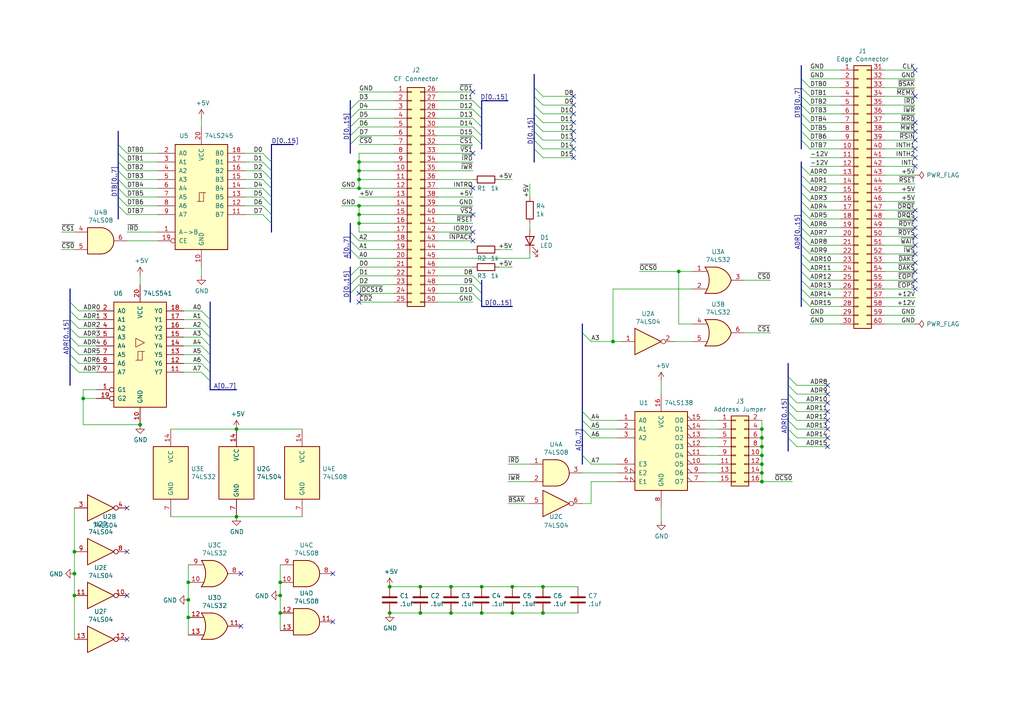
<source format=kicad_sch>
(kicad_sch (version 20211123) (generator eeschema)
  (paper "A4")
  (title_block (title "Epson QX-10 CF Option Board") (date "2019-09-09") (rev "1.1"))
  (junction (at 121.92 177.8))
  (junction (at 148.59 177.8))
  (junction (at 81.28 168.91))
  (junction (at 54.61 179.07))
  (junction (at 21.59 160.02))
  (junction (at 220.98 127))
  (junction (at 54.61 173.99))
  (junction (at 220.98 129.54))
  (junction (at 113.03 170.18))
  (junction (at 139.7 177.8))
  (junction (at 104.14 54.61))
  (junction (at 81.28 177.8))
  (junction (at 21.59 166.37))
  (junction (at 220.98 124.46))
  (junction (at 104.14 59.69))
  (junction (at 130.81 170.18))
  (junction (at 113.03 177.8))
  (junction (at 130.81 177.8))
  (junction (at 104.14 49.53))
  (junction (at 157.48 170.18))
  (junction (at 54.61 168.91))
  (junction (at 220.98 139.7))
  (junction (at 148.59 170.18))
  (junction (at 157.48 177.8))
  (junction (at 24.13 115.57))
  (junction (at 40.64 123.19))
  (junction (at 81.28 172.72))
  (junction (at 104.14 52.07))
  (junction (at 177.8 99.06))
  (junction (at 220.98 137.16))
  (junction (at 21.59 172.72))
  (junction (at 121.92 170.18))
  (junction (at 68.58 124.46))
  (junction (at 104.14 64.77))
  (junction (at 220.98 134.62))
  (junction (at 220.98 132.08))
  (junction (at 104.14 46.99))
  (junction (at 68.58 149.86))
  (junction (at 196.85 78.74))
  (junction (at 139.7 170.18))
  (junction (at 104.14 62.23))
  (no_connect (at 265.43 60.96))
  (no_connect (at 36.83 160.02))
  (no_connect (at 36.83 147.32))
  (no_connect (at 166.37 33.02))
  (no_connect (at 265.43 43.18))
  (no_connect (at 166.37 43.18))
  (no_connect (at 240.03 111.76))
  (no_connect (at 265.43 20.32))
  (no_connect (at 265.43 68.58))
  (no_connect (at 240.03 129.54))
  (no_connect (at 137.16 44.45))
  (no_connect (at 265.43 73.66))
  (no_connect (at 166.37 40.64))
  (no_connect (at 69.85 166.37))
  (no_connect (at 265.43 27.94))
  (no_connect (at 36.83 172.72))
  (no_connect (at 265.43 81.28))
  (no_connect (at 265.43 83.82))
  (no_connect (at 240.03 119.38))
  (no_connect (at 166.37 45.72))
  (no_connect (at 166.37 30.48))
  (no_connect (at 240.03 116.84))
  (no_connect (at 137.16 26.67))
  (no_connect (at 265.43 48.26))
  (no_connect (at 137.16 67.31))
  (no_connect (at 265.43 63.5))
  (no_connect (at 265.43 40.64))
  (no_connect (at 265.43 71.12))
  (no_connect (at 137.16 69.85))
  (no_connect (at 240.03 114.3))
  (no_connect (at 137.16 62.23))
  (no_connect (at 265.43 66.04))
  (no_connect (at 104.14 87.63))
  (no_connect (at 240.03 121.92))
  (no_connect (at 36.83 185.42))
  (no_connect (at 265.43 35.56))
  (no_connect (at 240.03 124.46))
  (no_connect (at 265.43 38.1))
  (no_connect (at 69.85 181.61))
  (no_connect (at 104.14 85.09))
  (no_connect (at 265.43 45.72))
  (no_connect (at 166.37 38.1))
  (no_connect (at 265.43 78.74))
  (no_connect (at 166.37 27.94))
  (no_connect (at 265.43 76.2))
  (no_connect (at 96.52 166.37))
  (no_connect (at 166.37 35.56))
  (no_connect (at 240.03 127))
  (no_connect (at 96.52 180.34))
  (no_connect (at 137.16 54.61))
  (bus_entry (at 101.6 67.31) (size 2.54 2.54))
  (bus_entry (at 137.16 39.37) (size 2.54 2.54))
  (bus_entry (at 137.16 31.75) (size 2.54 2.54))
  (bus_entry (at 137.16 82.55) (size 2.54 2.54))
  (bus_entry (at 76.2 44.45) (size 2.54 2.54))
  (bus_entry (at 101.6 69.85) (size 2.54 2.54))
  (bus_entry (at 228.6 124.46) (size 2.54 2.54))
  (bus_entry (at 137.16 29.21) (size 2.54 2.54))
  (bus_entry (at 232.41 71.12) (size 2.54 2.54))
  (bus_entry (at 101.6 85.09) (size 2.54 -2.54))
  (bus_entry (at 34.29 49.53) (size 2.54 2.54))
  (bus_entry (at 228.6 114.3) (size 2.54 2.54))
  (bus_entry (at 58.42 92.71) (size 2.54 2.54))
  (bus_entry (at 76.2 54.61) (size 2.54 2.54))
  (bus_entry (at 34.29 44.45) (size 2.54 2.54))
  (bus_entry (at 76.2 49.53) (size 2.54 2.54))
  (bus_entry (at 34.29 54.61) (size 2.54 2.54))
  (bus_entry (at 154.94 35.56) (size 2.54 2.54))
  (bus_entry (at 137.16 34.29) (size 2.54 2.54))
  (bus_entry (at 58.42 90.17) (size 2.54 2.54))
  (bus_entry (at 228.6 119.38) (size 2.54 2.54))
  (bus_entry (at 228.6 116.84) (size 2.54 2.54))
  (bus_entry (at 101.6 31.75) (size 2.54 -2.54))
  (bus_entry (at 76.2 57.15) (size 2.54 2.54))
  (bus_entry (at 154.94 30.48) (size 2.54 2.54))
  (bus_entry (at 232.41 86.36) (size 2.54 2.54))
  (bus_entry (at 34.29 59.69) (size 2.54 2.54))
  (bus_entry (at 137.16 85.09) (size 2.54 2.54))
  (bus_entry (at 58.42 102.87) (size 2.54 2.54))
  (bus_entry (at 228.6 111.76) (size 2.54 2.54))
  (bus_entry (at 232.41 60.96) (size 2.54 2.54))
  (bus_entry (at 232.41 66.04) (size 2.54 2.54))
  (bus_entry (at 154.94 38.1) (size 2.54 2.54))
  (bus_entry (at 137.16 36.83) (size 2.54 2.54))
  (bus_entry (at 232.41 58.42) (size 2.54 2.54))
  (bus_entry (at 154.94 27.94) (size 2.54 2.54))
  (bus_entry (at 137.16 80.01) (size 2.54 2.54))
  (bus_entry (at 34.29 41.91) (size 2.54 2.54))
  (bus_entry (at 58.42 100.33) (size 2.54 2.54))
  (bus_entry (at 101.6 82.55) (size 2.54 -2.54))
  (bus_entry (at 168.91 124.46) (size 2.54 2.54))
  (bus_entry (at 101.6 80.01) (size 2.54 -2.54))
  (bus_entry (at 228.6 127) (size 2.54 2.54))
  (bus_entry (at 76.2 62.23) (size 2.54 2.54))
  (bus_entry (at 101.6 39.37) (size 2.54 -2.54))
  (bus_entry (at 101.6 41.91) (size 2.54 -2.54))
  (bus_entry (at 76.2 52.07) (size 2.54 2.54))
  (bus_entry (at 168.91 132.08) (size 2.54 2.54))
  (bus_entry (at 232.41 48.26) (size 2.54 2.54))
  (bus_entry (at 232.41 25.4) (size 2.54 2.54))
  (bus_entry (at 101.6 72.39) (size 2.54 2.54))
  (bus_entry (at 20.32 87.63) (size 2.54 2.54))
  (bus_entry (at 232.41 30.48) (size 2.54 2.54))
  (bus_entry (at 154.94 43.18) (size 2.54 2.54))
  (bus_entry (at 154.94 33.02) (size 2.54 2.54))
  (bus_entry (at 168.91 119.38) (size 2.54 2.54))
  (bus_entry (at 34.29 46.99) (size 2.54 2.54))
  (bus_entry (at 20.32 102.87) (size 2.54 2.54))
  (bus_entry (at 154.94 40.64) (size 2.54 2.54))
  (bus_entry (at 20.32 95.25) (size 2.54 2.54))
  (bus_entry (at 232.41 55.88) (size 2.54 2.54))
  (bus_entry (at 34.29 52.07) (size 2.54 2.54))
  (bus_entry (at 101.6 36.83) (size 2.54 -2.54))
  (bus_entry (at 232.41 81.28) (size 2.54 2.54))
  (bus_entry (at 232.41 73.66) (size 2.54 2.54))
  (bus_entry (at 58.42 95.25) (size 2.54 2.54))
  (bus_entry (at 232.41 83.82) (size 2.54 2.54))
  (bus_entry (at 232.41 53.34) (size 2.54 2.54))
  (bus_entry (at 232.41 38.1) (size 2.54 2.54))
  (bus_entry (at 232.41 76.2) (size 2.54 2.54))
  (bus_entry (at 232.41 63.5) (size 2.54 2.54))
  (bus_entry (at 20.32 90.17) (size 2.54 2.54))
  (bus_entry (at 154.94 25.4) (size 2.54 2.54))
  (bus_entry (at 232.41 35.56) (size 2.54 2.54))
  (bus_entry (at 20.32 100.33) (size 2.54 2.54))
  (bus_entry (at 101.6 34.29) (size 2.54 -2.54))
  (bus_entry (at 20.32 92.71) (size 2.54 2.54))
  (bus_entry (at 34.29 57.15) (size 2.54 2.54))
  (bus_entry (at 168.91 96.52) (size 2.54 2.54))
  (bus_entry (at 232.41 78.74) (size 2.54 2.54))
  (bus_entry (at 76.2 46.99) (size 2.54 2.54))
  (bus_entry (at 228.6 121.92) (size 2.54 2.54))
  (bus_entry (at 232.41 68.58) (size 2.54 2.54))
  (bus_entry (at 232.41 33.02) (size 2.54 2.54))
  (bus_entry (at 20.32 97.79) (size 2.54 2.54))
  (bus_entry (at 20.32 105.41) (size 2.54 2.54))
  (bus_entry (at 232.41 27.94) (size 2.54 2.54))
  (bus_entry (at 232.41 50.8) (size 2.54 2.54))
  (bus_entry (at 232.41 40.64) (size 2.54 2.54))
  (bus_entry (at 58.42 105.41) (size 2.54 2.54))
  (bus_entry (at 76.2 59.69) (size 2.54 2.54))
  (bus_entry (at 168.91 121.92) (size 2.54 2.54))
  (bus_entry (at 58.42 107.95) (size 2.54 2.54))
  (bus_entry (at 58.42 97.79) (size 2.54 2.54))
  (bus_entry (at 232.41 22.86) (size 2.54 2.54))
  (bus_entry (at 228.6 109.22) (size 2.54 2.54))
  (wire (pts (xy 231.14 111.76) (xy 240.03 111.76)))
  (wire (pts (xy 243.84 78.74) (xy 234.95 78.74)))
  (wire (pts (xy 243.84 76.2) (xy 234.95 76.2)))
  (wire (pts (xy 104.14 46.99) (xy 104.14 49.53)))
  (bus (pts (xy 139.7 36.83) (xy 139.7 39.37)))
  (wire (pts (xy 127 49.53) (xy 137.16 49.53)))
  (wire (pts (xy 243.84 71.12) (xy 234.95 71.12)))
  (wire (pts (xy 157.48 35.56) (xy 166.37 35.56)))
  (bus (pts (xy 101.6 39.37) (xy 101.6 41.91)))
  (wire (pts (xy 256.54 71.12) (xy 265.43 71.12)))
  (wire (pts (xy 27.94 100.33) (xy 22.86 100.33)))
  (wire (pts (xy 243.84 25.4) (xy 234.95 25.4)))
  (bus (pts (xy 154.94 33.02) (xy 154.94 35.56)))
  (wire (pts (xy 127 62.23) (xy 137.16 62.23)))
  (wire (pts (xy 208.28 129.54) (xy 204.47 129.54)))
  (wire (pts (xy 114.3 46.99) (xy 104.14 46.99)))
  (wire (pts (xy 71.12 62.23) (xy 76.2 62.23)))
  (bus (pts (xy 101.6 31.75) (xy 101.6 34.29)))
  (bus (pts (xy 139.7 87.63) (xy 139.7 88.9)))
  (bus (pts (xy 101.6 36.83) (xy 101.6 39.37)))
  (bus (pts (xy 232.41 30.48) (xy 232.41 33.02)))
  (bus (pts (xy 60.96 97.79) (xy 60.96 100.33)))
  (wire (pts (xy 27.94 97.79) (xy 22.86 97.79)))
  (wire (pts (xy 231.14 121.92) (xy 240.03 121.92)))
  (wire (pts (xy 256.54 73.66) (xy 265.43 73.66)))
  (wire (pts (xy 45.72 62.23) (xy 36.83 62.23)))
  (wire (pts (xy 243.84 60.96) (xy 234.95 60.96)))
  (wire (pts (xy 157.48 33.02) (xy 166.37 33.02)))
  (wire (pts (xy 256.54 38.1) (xy 265.43 38.1)))
  (wire (pts (xy 157.48 43.18) (xy 166.37 43.18)))
  (wire (pts (xy 256.54 66.04) (xy 265.43 66.04)))
  (wire (pts (xy 58.42 77.47) (xy 58.42 80.01)))
  (wire (pts (xy 114.3 69.85) (xy 104.14 69.85)))
  (bus (pts (xy 228.6 124.46) (xy 228.6 127)))
  (wire (pts (xy 256.54 91.44) (xy 265.43 91.44)))
  (bus (pts (xy 154.94 25.4) (xy 154.94 27.94)))
  (wire (pts (xy 157.48 177.8) (xy 167.64 177.8)))
  (wire (pts (xy 231.14 127) (xy 240.03 127)))
  (wire (pts (xy 104.14 85.09) (xy 114.3 85.09)))
  (wire (pts (xy 127 72.39) (xy 137.16 72.39)))
  (wire (pts (xy 243.84 81.28) (xy 234.95 81.28)))
  (wire (pts (xy 130.81 170.18) (xy 139.7 170.18)))
  (wire (pts (xy 256.54 58.42) (xy 265.43 58.42)))
  (wire (pts (xy 45.72 59.69) (xy 36.83 59.69)))
  (bus (pts (xy 78.74 54.61) (xy 78.74 57.15)))
  (wire (pts (xy 171.45 139.7) (xy 171.45 146.05)))
  (wire (pts (xy 243.84 53.34) (xy 234.95 53.34)))
  (wire (pts (xy 153.67 66.04) (xy 153.67 64.77)))
  (wire (pts (xy 171.45 99.06) (xy 177.8 99.06)))
  (wire (pts (xy 127 77.47) (xy 137.16 77.47)))
  (bus (pts (xy 154.94 35.56) (xy 154.94 38.1)))
  (wire (pts (xy 113.03 170.18) (xy 121.92 170.18)))
  (wire (pts (xy 114.3 57.15) (xy 104.14 57.15)))
  (wire (pts (xy 54.61 173.99) (xy 54.61 179.07)))
  (bus (pts (xy 228.6 114.3) (xy 228.6 116.84)))
  (wire (pts (xy 127 87.63) (xy 137.16 87.63)))
  (bus (pts (xy 232.41 81.28) (xy 232.41 83.82)))
  (wire (pts (xy 127 31.75) (xy 137.16 31.75)))
  (bus (pts (xy 60.96 107.95) (xy 60.96 110.49)))
  (wire (pts (xy 53.34 95.25) (xy 58.42 95.25)))
  (bus (pts (xy 232.41 60.96) (xy 232.41 63.5)))
  (bus (pts (xy 20.32 92.71) (xy 20.32 95.25)))
  (wire (pts (xy 53.34 92.71) (xy 58.42 92.71)))
  (bus (pts (xy 154.94 30.48) (xy 154.94 33.02)))
  (wire (pts (xy 144.78 52.07) (xy 148.59 52.07)))
  (wire (pts (xy 53.34 100.33) (xy 58.42 100.33)))
  (wire (pts (xy 256.54 22.86) (xy 265.43 22.86)))
  (wire (pts (xy 243.84 91.44) (xy 234.95 91.44)))
  (bus (pts (xy 139.7 82.55) (xy 139.7 85.09)))
  (wire (pts (xy 71.12 44.45) (xy 76.2 44.45)))
  (wire (pts (xy 168.91 137.16) (xy 179.07 137.16)))
  (bus (pts (xy 78.74 41.91) (xy 78.74 46.99)))
  (wire (pts (xy 185.42 78.74) (xy 196.85 78.74)))
  (bus (pts (xy 154.94 38.1) (xy 154.94 40.64)))
  (wire (pts (xy 54.61 168.91) (xy 54.61 173.99)))
  (bus (pts (xy 101.6 29.21) (xy 101.6 31.75)))
  (wire (pts (xy 68.58 149.86) (xy 87.63 149.86)))
  (wire (pts (xy 127 59.69) (xy 137.16 59.69)))
  (wire (pts (xy 220.98 127) (xy 220.98 124.46)))
  (wire (pts (xy 127 82.55) (xy 137.16 82.55)))
  (wire (pts (xy 231.14 129.54) (xy 240.03 129.54)))
  (bus (pts (xy 232.41 55.88) (xy 232.41 58.42)))
  (wire (pts (xy 24.13 123.19) (xy 24.13 115.57)))
  (wire (pts (xy 220.98 139.7) (xy 220.98 137.16)))
  (wire (pts (xy 243.84 68.58) (xy 234.95 68.58)))
  (wire (pts (xy 130.81 177.8) (xy 139.7 177.8)))
  (wire (pts (xy 153.67 74.93) (xy 153.67 73.66)))
  (wire (pts (xy 139.7 170.18) (xy 148.59 170.18)))
  (wire (pts (xy 127 80.01) (xy 137.16 80.01)))
  (wire (pts (xy 256.54 78.74) (xy 265.43 78.74)))
  (wire (pts (xy 179.07 139.7) (xy 171.45 139.7)))
  (bus (pts (xy 168.91 119.38) (xy 168.91 121.92)))
  (wire (pts (xy 256.54 60.96) (xy 265.43 60.96)))
  (wire (pts (xy 220.98 137.16) (xy 220.98 134.62)))
  (wire (pts (xy 127 54.61) (xy 137.16 54.61)))
  (bus (pts (xy 232.41 86.36) (xy 232.41 88.9)))
  (wire (pts (xy 71.12 57.15) (xy 76.2 57.15)))
  (wire (pts (xy 231.14 116.84) (xy 240.03 116.84)))
  (bus (pts (xy 168.91 121.92) (xy 168.91 124.46)))
  (wire (pts (xy 71.12 46.99) (xy 76.2 46.99)))
  (wire (pts (xy 127 67.31) (xy 137.16 67.31)))
  (wire (pts (xy 243.84 86.36) (xy 234.95 86.36)))
  (wire (pts (xy 45.72 44.45) (xy 36.83 44.45)))
  (bus (pts (xy 34.29 52.07) (xy 34.29 54.61)))
  (bus (pts (xy 101.6 64.77) (xy 101.6 67.31)))
  (wire (pts (xy 256.54 33.02) (xy 265.43 33.02)))
  (wire (pts (xy 243.84 48.26) (xy 234.95 48.26)))
  (bus (pts (xy 34.29 46.99) (xy 34.29 49.53)))
  (bus (pts (xy 232.41 71.12) (xy 232.41 73.66)))
  (bus (pts (xy 232.41 63.5) (xy 232.41 66.04)))
  (bus (pts (xy 139.7 39.37) (xy 139.7 41.91)))
  (bus (pts (xy 78.74 64.77) (xy 78.74 67.31)))
  (wire (pts (xy 104.14 67.31) (xy 104.14 64.77)))
  (bus (pts (xy 101.6 80.01) (xy 101.6 82.55)))
  (wire (pts (xy 196.85 93.98) (xy 196.85 78.74)))
  (wire (pts (xy 27.94 90.17) (xy 22.86 90.17)))
  (wire (pts (xy 215.9 96.52) (xy 223.52 96.52)))
  (bus (pts (xy 232.41 22.86) (xy 232.41 25.4)))
  (bus (pts (xy 154.94 27.94) (xy 154.94 30.48)))
  (wire (pts (xy 21.59 67.31) (xy 17.78 67.31)))
  (wire (pts (xy 27.94 115.57) (xy 24.13 115.57)))
  (wire (pts (xy 168.91 146.05) (xy 171.45 146.05)))
  (wire (pts (xy 114.3 36.83) (xy 104.14 36.83)))
  (wire (pts (xy 71.12 49.53) (xy 76.2 49.53)))
  (wire (pts (xy 177.8 83.82) (xy 177.8 99.06)))
  (wire (pts (xy 21.59 160.02) (xy 21.59 166.37)))
  (bus (pts (xy 232.41 53.34) (xy 232.41 55.88)))
  (bus (pts (xy 101.6 72.39) (xy 101.6 74.93)))
  (wire (pts (xy 104.14 44.45) (xy 104.14 46.99)))
  (bus (pts (xy 34.29 57.15) (xy 34.29 59.69)))
  (wire (pts (xy 114.3 34.29) (xy 104.14 34.29)))
  (bus (pts (xy 232.41 38.1) (xy 232.41 40.64)))
  (wire (pts (xy 220.98 121.92) (xy 220.98 124.46)))
  (wire (pts (xy 113.03 177.8) (xy 121.92 177.8)))
  (wire (pts (xy 191.77 114.3) (xy 191.77 110.49)))
  (bus (pts (xy 139.7 29.21) (xy 147.32 29.21)))
  (bus (pts (xy 232.41 73.66) (xy 232.41 76.2)))
  (bus (pts (xy 232.41 27.94) (xy 232.41 30.48)))
  (bus (pts (xy 20.32 100.33) (xy 20.32 102.87)))
  (wire (pts (xy 127 69.85) (xy 137.16 69.85)))
  (bus (pts (xy 139.7 29.21) (xy 139.7 31.75)))
  (wire (pts (xy 21.59 172.72) (xy 21.59 185.42)))
  (wire (pts (xy 256.54 43.18) (xy 265.43 43.18)))
  (wire (pts (xy 45.72 57.15) (xy 36.83 57.15)))
  (wire (pts (xy 243.84 35.56) (xy 234.95 35.56)))
  (bus (pts (xy 60.96 102.87) (xy 60.96 105.41)))
  (wire (pts (xy 243.84 38.1) (xy 234.95 38.1)))
  (wire (pts (xy 243.84 22.86) (xy 234.95 22.86)))
  (wire (pts (xy 21.59 72.39) (xy 17.78 72.39)))
  (wire (pts (xy 127 85.09) (xy 137.16 85.09)))
  (bus (pts (xy 20.32 90.17) (xy 20.32 92.71)))
  (wire (pts (xy 127 34.29) (xy 137.16 34.29)))
  (wire (pts (xy 243.84 27.94) (xy 234.95 27.94)))
  (wire (pts (xy 243.84 58.42) (xy 234.95 58.42)))
  (wire (pts (xy 139.7 177.8) (xy 148.59 177.8)))
  (wire (pts (xy 204.47 137.16) (xy 208.28 137.16)))
  (wire (pts (xy 53.34 105.41) (xy 58.42 105.41)))
  (wire (pts (xy 179.07 121.92) (xy 171.45 121.92)))
  (wire (pts (xy 53.34 107.95) (xy 58.42 107.95)))
  (wire (pts (xy 45.72 46.99) (xy 36.83 46.99)))
  (wire (pts (xy 71.12 54.61) (xy 76.2 54.61)))
  (wire (pts (xy 127 52.07) (xy 137.16 52.07)))
  (wire (pts (xy 204.47 132.08) (xy 208.28 132.08)))
  (wire (pts (xy 53.34 90.17) (xy 58.42 90.17)))
  (bus (pts (xy 232.41 78.74) (xy 232.41 81.28)))
  (wire (pts (xy 243.84 63.5) (xy 234.95 63.5)))
  (wire (pts (xy 256.54 86.36) (xy 265.43 86.36)))
  (wire (pts (xy 220.98 139.7) (xy 229.87 139.7)))
  (wire (pts (xy 256.54 93.98) (xy 265.43 93.98)))
  (wire (pts (xy 104.14 62.23) (xy 104.14 59.69)))
  (wire (pts (xy 104.14 59.69) (xy 99.06 59.69)))
  (wire (pts (xy 215.9 81.28) (xy 223.52 81.28)))
  (bus (pts (xy 78.74 59.69) (xy 78.74 62.23)))
  (wire (pts (xy 114.3 64.77) (xy 104.14 64.77)))
  (bus (pts (xy 168.91 93.98) (xy 168.91 96.52)))
  (bus (pts (xy 34.29 44.45) (xy 34.29 46.99)))
  (wire (pts (xy 179.07 127) (xy 171.45 127)))
  (wire (pts (xy 114.3 52.07) (xy 104.14 52.07)))
  (bus (pts (xy 101.6 85.09) (xy 101.6 87.63)))
  (wire (pts (xy 104.14 52.07) (xy 104.14 49.53)))
  (wire (pts (xy 127 44.45) (xy 137.16 44.45)))
  (bus (pts (xy 20.32 95.25) (xy 20.32 97.79)))
  (bus (pts (xy 232.41 40.64) (xy 232.41 43.18)))
  (bus (pts (xy 34.29 49.53) (xy 34.29 52.07)))
  (wire (pts (xy 157.48 170.18) (xy 167.64 170.18)))
  (wire (pts (xy 81.28 172.72) (xy 81.28 168.91)))
  (bus (pts (xy 101.6 82.55) (xy 101.6 85.09)))
  (bus (pts (xy 139.7 31.75) (xy 139.7 34.29)))
  (bus (pts (xy 60.96 105.41) (xy 60.96 107.95)))
  (wire (pts (xy 114.3 82.55) (xy 104.14 82.55)))
  (bus (pts (xy 60.96 110.49) (xy 60.96 113.03)))
  (bus (pts (xy 34.29 41.91) (xy 34.29 44.45)))
  (wire (pts (xy 121.92 177.8) (xy 130.81 177.8)))
  (wire (pts (xy 49.53 124.46) (xy 68.58 124.46)))
  (wire (pts (xy 144.78 72.39) (xy 148.59 72.39)))
  (wire (pts (xy 144.78 77.47) (xy 148.59 77.47)))
  (bus (pts (xy 101.6 34.29) (xy 101.6 36.83)))
  (wire (pts (xy 114.3 62.23) (xy 104.14 62.23)))
  (wire (pts (xy 153.67 57.15) (xy 153.67 53.34)))
  (wire (pts (xy 243.84 45.72) (xy 234.95 45.72)))
  (wire (pts (xy 243.84 66.04) (xy 234.95 66.04)))
  (wire (pts (xy 256.54 25.4) (xy 265.43 25.4)))
  (wire (pts (xy 127 39.37) (xy 137.16 39.37)))
  (bus (pts (xy 101.6 77.47) (xy 101.6 80.01)))
  (wire (pts (xy 243.84 43.18) (xy 234.95 43.18)))
  (bus (pts (xy 232.41 68.58) (xy 232.41 71.12)))
  (wire (pts (xy 68.58 124.46) (xy 87.63 124.46)))
  (wire (pts (xy 191.77 147.32) (xy 191.77 151.13)))
  (bus (pts (xy 20.32 97.79) (xy 20.32 100.33)))
  (wire (pts (xy 36.83 69.85) (xy 45.72 69.85)))
  (bus (pts (xy 228.6 111.76) (xy 228.6 114.3)))
  (wire (pts (xy 148.59 170.18) (xy 157.48 170.18)))
  (wire (pts (xy 204.47 124.46) (xy 208.28 124.46)))
  (bus (pts (xy 20.32 83.82) (xy 20.32 87.63)))
  (wire (pts (xy 196.85 78.74) (xy 200.66 78.74)))
  (wire (pts (xy 21.59 166.37) (xy 21.59 172.72)))
  (wire (pts (xy 81.28 182.88) (xy 81.28 177.8)))
  (wire (pts (xy 127 46.99) (xy 137.16 46.99)))
  (wire (pts (xy 114.3 74.93) (xy 104.14 74.93)))
  (wire (pts (xy 256.54 45.72) (xy 265.43 45.72)))
  (bus (pts (xy 168.91 96.52) (xy 168.91 119.38)))
  (bus (pts (xy 228.6 121.92) (xy 228.6 124.46)))
  (wire (pts (xy 45.72 67.31) (xy 36.83 67.31)))
  (wire (pts (xy 256.54 88.9) (xy 265.43 88.9)))
  (bus (pts (xy 101.6 69.85) (xy 101.6 72.39)))
  (wire (pts (xy 243.84 30.48) (xy 234.95 30.48)))
  (bus (pts (xy 154.94 21.59) (xy 154.94 25.4)))
  (wire (pts (xy 256.54 30.48) (xy 265.43 30.48)))
  (bus (pts (xy 34.29 38.1) (xy 34.29 41.91)))
  (wire (pts (xy 243.84 50.8) (xy 234.95 50.8)))
  (wire (pts (xy 71.12 52.07) (xy 76.2 52.07)))
  (wire (pts (xy 127 36.83) (xy 137.16 36.83)))
  (wire (pts (xy 196.85 93.98) (xy 200.66 93.98)))
  (bus (pts (xy 139.7 88.9) (xy 148.59 88.9)))
  (wire (pts (xy 157.48 38.1) (xy 166.37 38.1)))
  (bus (pts (xy 20.32 102.87) (xy 20.32 105.41)))
  (wire (pts (xy 157.48 40.64) (xy 166.37 40.64)))
  (wire (pts (xy 157.48 30.48) (xy 166.37 30.48)))
  (bus (pts (xy 101.6 67.31) (xy 101.6 69.85)))
  (bus (pts (xy 232.41 19.05) (xy 232.41 22.86)))
  (bus (pts (xy 139.7 85.09) (xy 139.7 87.63)))
  (wire (pts (xy 114.3 26.67) (xy 104.14 26.67)))
  (wire (pts (xy 204.47 121.92) (xy 208.28 121.92)))
  (bus (pts (xy 232.41 66.04) (xy 232.41 68.58)))
  (wire (pts (xy 127 64.77) (xy 137.16 64.77)))
  (wire (pts (xy 157.48 45.72) (xy 166.37 45.72)))
  (bus (pts (xy 232.41 83.82) (xy 232.41 86.36)))
  (bus (pts (xy 232.41 58.42) (xy 232.41 60.96)))
  (wire (pts (xy 81.28 163.83) (xy 81.28 168.91)))
  (bus (pts (xy 139.7 41.91) (xy 139.7 43.18)))
  (wire (pts (xy 256.54 55.88) (xy 265.43 55.88)))
  (bus (pts (xy 139.7 34.29) (xy 139.7 36.83)))
  (bus (pts (xy 228.6 127) (xy 228.6 130.81)))
  (wire (pts (xy 256.54 68.58) (xy 265.43 68.58)))
  (wire (pts (xy 45.72 52.07) (xy 36.83 52.07)))
  (bus (pts (xy 228.6 116.84) (xy 228.6 119.38)))
  (wire (pts (xy 243.84 83.82) (xy 234.95 83.82)))
  (bus (pts (xy 34.29 59.69) (xy 34.29 63.5)))
  (wire (pts (xy 177.8 99.06) (xy 180.34 99.06)))
  (wire (pts (xy 153.67 139.7) (xy 147.32 139.7)))
  (wire (pts (xy 121.92 170.18) (xy 130.81 170.18)))
  (wire (pts (xy 40.64 123.19) (xy 24.13 123.19)))
  (wire (pts (xy 114.3 77.47) (xy 104.14 77.47)))
  (bus (pts (xy 78.74 49.53) (xy 78.74 52.07)))
  (bus (pts (xy 20.32 87.63) (xy 20.32 90.17)))
  (bus (pts (xy 78.74 52.07) (xy 78.74 54.61)))
  (bus (pts (xy 232.41 76.2) (xy 232.41 78.74)))
  (wire (pts (xy 243.84 73.66) (xy 234.95 73.66)))
  (wire (pts (xy 49.53 149.86) (xy 68.58 149.86)))
  (wire (pts (xy 24.13 115.57) (xy 24.13 113.03)))
  (wire (pts (xy 153.67 134.62) (xy 147.32 134.62)))
  (wire (pts (xy 45.72 54.61) (xy 36.83 54.61)))
  (wire (pts (xy 220.98 134.62) (xy 220.98 132.08)))
  (wire (pts (xy 58.42 34.29) (xy 58.42 36.83)))
  (wire (pts (xy 27.94 113.03) (xy 24.13 113.03)))
  (wire (pts (xy 256.54 53.34) (xy 265.43 53.34)))
  (wire (pts (xy 220.98 132.08) (xy 220.98 129.54)))
  (bus (pts (xy 78.74 41.91) (xy 85.09 41.91)))
  (wire (pts (xy 256.54 63.5) (xy 265.43 63.5)))
  (wire (pts (xy 148.59 177.8) (xy 157.48 177.8)))
  (bus (pts (xy 101.6 41.91) (xy 101.6 44.45)))
  (wire (pts (xy 231.14 124.46) (xy 240.03 124.46)))
  (bus (pts (xy 232.41 35.56) (xy 232.41 38.1)))
  (bus (pts (xy 228.6 105.41) (xy 228.6 109.22)))
  (wire (pts (xy 243.84 88.9) (xy 234.95 88.9)))
  (wire (pts (xy 127 29.21) (xy 137.16 29.21)))
  (wire (pts (xy 114.3 29.21) (xy 104.14 29.21)))
  (bus (pts (xy 168.91 132.08) (xy 168.91 134.62)))
  (wire (pts (xy 104.14 54.61) (xy 99.06 54.61)))
  (wire (pts (xy 200.66 83.82) (xy 177.8 83.82)))
  (wire (pts (xy 114.3 67.31) (xy 104.14 67.31)))
  (wire (pts (xy 256.54 48.26) (xy 265.43 48.26)))
  (wire (pts (xy 231.14 119.38) (xy 240.03 119.38)))
  (wire (pts (xy 127 26.67) (xy 137.16 26.67)))
  (bus (pts (xy 34.29 54.61) (xy 34.29 57.15)))
  (wire (pts (xy 256.54 40.64) (xy 265.43 40.64)))
  (bus (pts (xy 232.41 50.8) (xy 232.41 53.34)))
  (bus (pts (xy 228.6 119.38) (xy 228.6 121.92)))
  (wire (pts (xy 220.98 129.54) (xy 220.98 127)))
  (wire (pts (xy 157.48 27.94) (xy 166.37 27.94)))
  (bus (pts (xy 228.6 109.22) (xy 228.6 111.76)))
  (bus (pts (xy 154.94 40.64) (xy 154.94 43.18)))
  (wire (pts (xy 256.54 76.2) (xy 265.43 76.2)))
  (bus (pts (xy 232.41 46.99) (xy 232.41 48.26)))
  (wire (pts (xy 243.84 40.64) (xy 234.95 40.64)))
  (wire (pts (xy 54.61 163.83) (xy 54.61 168.91)))
  (bus (pts (xy 154.94 43.18) (xy 154.94 46.99)))
  (wire (pts (xy 195.58 99.06) (xy 200.66 99.06)))
  (wire (pts (xy 114.3 72.39) (xy 104.14 72.39)))
  (wire (pts (xy 114.3 87.63) (xy 104.14 87.63)))
  (bus (pts (xy 20.32 105.41) (xy 20.32 111.76)))
  (wire (pts (xy 231.14 114.3) (xy 240.03 114.3)))
  (bus (pts (xy 232.41 33.02) (xy 232.41 35.56)))
  (bus (pts (xy 78.74 62.23) (xy 78.74 64.77)))
  (wire (pts (xy 53.34 102.87) (xy 58.42 102.87)))
  (wire (pts (xy 208.28 139.7) (xy 204.47 139.7)))
  (wire (pts (xy 256.54 81.28) (xy 265.43 81.28)))
  (wire (pts (xy 114.3 59.69) (xy 104.14 59.69)))
  (wire (pts (xy 104.14 62.23) (xy 104.14 64.77)))
  (wire (pts (xy 256.54 83.82) (xy 265.43 83.82)))
  (wire (pts (xy 208.28 134.62) (xy 204.47 134.62)))
  (bus (pts (xy 232.41 25.4) (xy 232.41 27.94)))
  (wire (pts (xy 114.3 44.45) (xy 104.14 44.45)))
  (bus (pts (xy 60.96 92.71) (xy 60.96 95.25)))
  (bus (pts (xy 232.41 48.26) (xy 232.41 50.8)))
  (wire (pts (xy 256.54 35.56) (xy 265.43 35.56)))
  (bus (pts (xy 60.96 87.63) (xy 60.96 92.71)))
  (wire (pts (xy 104.14 52.07) (xy 104.14 54.61)))
  (wire (pts (xy 243.84 33.02) (xy 234.95 33.02)))
  (wire (pts (xy 54.61 179.07) (xy 54.61 184.15)))
  (wire (pts (xy 179.07 124.46) (xy 171.45 124.46)))
  (wire (pts (xy 27.94 95.25) (xy 22.86 95.25)))
  (bus (pts (xy 60.96 100.33) (xy 60.96 102.87)))
  (bus (pts (xy 78.74 57.15) (xy 78.74 59.69)))
  (wire (pts (xy 114.3 54.61) (xy 104.14 54.61)))
  (bus (pts (xy 168.91 124.46) (xy 168.91 132.08)))
  (wire (pts (xy 204.47 127) (xy 208.28 127)))
  (wire (pts (xy 114.3 49.53) (xy 104.14 49.53)))
  (wire (pts (xy 127 57.15) (xy 137.16 57.15)))
  (wire (pts (xy 127 41.91) (xy 137.16 41.91)))
  (bus (pts (xy 78.74 46.99) (xy 78.74 49.53)))
  (wire (pts (xy 40.64 82.55) (xy 40.64 80.01)))
  (wire (pts (xy 27.94 107.95) (xy 22.86 107.95)))
  (wire (pts (xy 114.3 80.01) (xy 104.14 80.01)))
  (bus (pts (xy 60.96 113.03) (xy 68.58 113.03)))
  (wire (pts (xy 243.84 20.32) (xy 234.95 20.32)))
  (wire (pts (xy 27.94 105.41) (xy 22.86 105.41)))
  (wire (pts (xy 114.3 41.91) (xy 104.14 41.91)))
  (wire (pts (xy 27.94 92.71) (xy 22.86 92.71)))
  (wire (pts (xy 114.3 31.75) (xy 104.14 31.75)))
  (wire (pts (xy 71.12 59.69) (xy 76.2 59.69)))
  (wire (pts (xy 171.45 134.62) (xy 179.07 134.62)))
  (wire (pts (xy 53.34 97.79) (xy 58.42 97.79)))
  (wire (pts (xy 114.3 39.37) (xy 104.14 39.37)))
  (wire (pts (xy 81.28 177.8) (xy 81.28 172.72)))
  (wire (pts (xy 256.54 27.94) (xy 265.43 27.94)))
  (wire (pts (xy 127 74.93) (xy 153.67 74.93)))
  (wire (pts (xy 256.54 50.8) (xy 265.43 50.8)))
  (wire (pts (xy 243.84 93.98) (xy 234.95 93.98)))
  (bus (pts (xy 60.96 95.25) (xy 60.96 97.79)))
  (wire (pts (xy 45.72 49.53) (xy 36.83 49.53)))
  (wire (pts (xy 21.59 147.32) (xy 21.59 160.02)))
  (bus (pts (xy 139.7 81.28) (xy 139.7 82.55)))
  (wire (pts (xy 243.84 55.88) (xy 234.95 55.88)))
  (wire (pts (xy 27.94 102.87) (xy 22.86 102.87)))
  (wire (pts (xy 256.54 20.32) (xy 265.43 20.32)))
  (wire (pts (xy 153.67 146.05) (xy 147.32 146.05)))
  (label "GND" (at 234.95 91.44 0))
  (label "A4" (at 171.45 121.92 0))
  (label "ADR12" (at 234.95 81.28 0))
  (label "D10" (at 166.37 33.02 180))
  (label "~{EOPF}" (at 265.43 81.28 180))
  (label "INTRQ" (at 137.16 54.61 180))
  (label "A2" (at 58.42 95.25 180))
  (label "A0" (at 104.14 74.93 0))
  (label "D2" (at 104.14 82.55 0))
  (label "D12" (at 166.37 38.1 180))
  (label "GND" (at 234.95 22.86 0))
  (label "A[0..7]" (at 68.58 113.03 180))
  (label "CLK" (at 265.43 20.32 180))
  (label "D11" (at 137.16 29.21 180))
  (label "D2" (at 76.2 49.53 180))
  (label "ADR11" (at 240.03 119.38 180))
  (label "D6" (at 104.14 36.83 0))
  (label "A6" (at 58.42 105.41 180))
  (label "ADR14" (at 240.03 127 180))
  (label "ADR1" (at 234.95 53.34 0))
  (label "GND" (at 234.95 20.32 0))
  (label "~{CS1}" (at 137.16 41.91 180))
  (label "A7" (at 171.45 134.62 0))
  (label "D[0..15]" (at 101.6 86.36 90))
  (label "D5" (at 76.2 57.15 180))
  (label "~{IRD}" (at 36.83 67.31 0))
  (label "~{MEMX}" (at 265.43 27.94 180))
  (label "ADR9" (at 234.95 73.66 0))
  (label "D14" (at 166.37 43.18 180))
  (label "D9" (at 166.37 30.48 180))
  (label "DTB3" (at 234.95 33.02 0))
  (label "ADR[0..15]" (at 20.32 102.87 90))
  (label "~{RSET}" (at 265.43 53.34 180))
  (label "D9" (at 137.16 82.55 180))
  (label "~{IRD}" (at 137.16 46.99 180))
  (label "ADR11" (at 234.95 78.74 0))
  (label "ADR15" (at 240.03 129.54 180))
  (label "+5V" (at 104.14 57.15 0))
  (label "DTB[0..7]" (at 34.29 57.15 90))
  (label "~{MRD}" (at 265.43 35.56 180))
  (label "D[0..15]" (at 101.6 40.64 90))
  (label "ADR6" (at 24.13 105.41 0))
  (label "DTB2" (at 234.95 30.48 0))
  (label "~{DAKF}" (at 265.43 76.2 180))
  (label "~{IWR}" (at 147.32 139.7 0))
  (label "ADR[0..15]" (at 228.6 125.73 90))
  (label "~{IOCS16}" (at 104.14 85.09 0))
  (label "ADR6" (at 234.95 66.04 0))
  (label "ADR12" (at 240.03 121.92 180))
  (label "+5V" (at 265.43 55.88 180))
  (label "+5V" (at 265.43 50.8 180))
  (label "ADR9" (at 240.03 114.3 180))
  (label "GND" (at 265.43 93.98 180))
  (label "DTB1" (at 36.83 46.99 0))
  (label "ADR10" (at 240.03 116.84 180))
  (label "D13" (at 166.37 40.64 180))
  (label "ADR15" (at 234.95 88.9 0))
  (label "D0" (at 76.2 44.45 180))
  (label "ADR2" (at 234.95 55.88 0))
  (label "A3" (at 58.42 97.79 180))
  (label "+5V" (at 148.59 72.39 180))
  (label "INTH1" (at 265.43 43.18 180))
  (label "D3" (at 104.14 29.21 0))
  (label "+5V" (at 137.16 57.15 180))
  (label "DTB7" (at 36.83 62.23 0))
  (label "~{OCS0}" (at 185.42 78.74 0))
  (label "A5" (at 58.42 102.87 180))
  (label "ADR5" (at 234.95 63.5 0))
  (label "D7" (at 104.14 39.37 0))
  (label "GND" (at 234.95 93.98 0))
  (label "~{RDYS}" (at 265.43 68.58 180))
  (label "A1" (at 104.14 72.39 0))
  (label "ADR7" (at 234.95 68.58 0))
  (label "DTB2" (at 36.83 49.53 0))
  (label "~{CS0}" (at 104.14 41.91 0))
  (label "D14" (at 137.16 36.83 180))
  (label "~{INPACK}" (at 137.16 69.85 180))
  (label "D1" (at 104.14 80.01 0))
  (label "~{BSAK}" (at 147.32 146.05 0))
  (label "+5V" (at 148.59 77.47 180))
  (label "~{VS1}" (at 137.16 44.45 180))
  (label "A2" (at 104.14 69.85 0))
  (label "A4" (at 58.42 100.33 180))
  (label "A5" (at 171.45 124.46 0))
  (label "ADR5" (at 24.13 102.87 0))
  (label "D7" (at 76.2 62.23 180))
  (label "+5V" (at 265.43 58.42 180))
  (label "+5V" (at 148.59 52.07 180))
  (label "~{CS0}" (at 223.52 81.28 180))
  (label "~{IRD}" (at 265.43 30.48 180))
  (label "DTB[0..7]" (at 232.41 34.29 90))
  (label "D11" (at 166.37 35.56 180))
  (label "DTB3" (at 36.83 52.07 0))
  (label "ADR1" (at 24.13 92.71 0))
  (label "D0" (at 104.14 77.47 0))
  (label "D5" (at 104.14 34.29 0))
  (label "~{CS1}" (at 223.52 96.52 180))
  (label "~{DRQF}" (at 265.43 60.96 180))
  (label "-12V" (at 234.95 45.72 0))
  (label "INTL" (at 265.43 48.26 180))
  (label "D1" (at 76.2 46.99 180))
  (label "DTB4" (at 36.83 54.61 0))
  (label "DTB6" (at 36.83 59.69 0))
  (label "~{DRQS}" (at 265.43 63.5 180))
  (label "D13" (at 137.16 34.29 180))
  (label "D4" (at 76.2 54.61 180))
  (label "D6" (at 76.2 59.69 180))
  (label "ADR8" (at 240.03 111.76 180))
  (label "~{IWR}" (at 265.43 33.02 180))
  (label "GND" (at 265.43 91.44 180))
  (label "ADR3" (at 234.95 58.42 0))
  (label "GND" (at 99.06 59.69 0))
  (label "~{MWR}" (at 265.43 38.1 180))
  (label "~{CS0}" (at 17.78 72.39 0))
  (label "ADR4" (at 24.13 100.33 0))
  (label "D4" (at 104.14 31.75 0))
  (label "D12" (at 137.16 31.75 180))
  (label "D15" (at 166.37 45.72 180))
  (label "D15" (at 137.16 39.37 180))
  (label "~{DAKS}" (at 265.43 78.74 180))
  (label "IORDY" (at 137.16 67.31 180))
  (label "ADR13" (at 240.03 124.46 180))
  (label "DTB5" (at 36.83 57.15 0))
  (label "~{OCS0}" (at 229.87 139.7 180))
  (label "ADR0" (at 24.13 90.17 0))
  (label "~{WAIT}" (at 265.43 71.12 180))
  (label "A0" (at 58.42 90.17 180))
  (label "ADR3" (at 24.13 97.79 0))
  (label "D[0..15]" (at 147.32 29.21 180))
  (label "ADR7" (at 24.13 107.95 0))
  (label "GND" (at 137.16 59.69 180))
  (label "A[0..7]" (at 168.91 130.81 90))
  (label "ADR14" (at 234.95 86.36 0))
  (label "~{CD2}" (at 104.14 87.63 0))
  (label "~{EOPS}" (at 265.43 83.82 180))
  (label "GND" (at 265.43 22.86 180))
  (label "ADR4" (at 234.95 60.96 0))
  (label "GND" (at 104.14 26.67 0))
  (label "~{CD1}" (at 137.16 26.67 180))
  (label "INTH2" (at 265.43 45.72 180))
  (label "ADR13" (at 234.95 83.82 0))
  (label "D8" (at 137.16 80.01 180))
  (label "ADR10" (at 234.95 76.2 0))
  (label "DTB5" (at 234.95 38.1 0))
  (label "~{IWS}" (at 265.43 73.66 180))
  (label "GND" (at 99.06 54.61 0))
  (label "DTB0" (at 234.95 25.4 0))
  (label "D[0..15]" (at 154.94 41.91 90))
  (label "DTB6" (at 234.95 40.64 0))
  (label "D[0..15]" (at 148.59 88.9 180))
  (label "A1" (at 58.42 92.71 180))
  (label "~{RSIN}" (at 265.43 40.64 180))
  (label "D[0..15]" (at 78.74 41.91 0))
  (label "+5V" (at 153.67 53.34 270))
  (label "~{IRD}" (at 147.32 134.62 0))
  (label "~{VS2}" (at 137.16 62.23 180))
  (label "~{RDYF}" (at 265.43 66.04 180))
  (label "~{IWR}" (at 137.16 49.53 180))
  (label "D3" (at 76.2 52.07 180))
  (label "ADR[0..15]" (at 232.41 72.39 90))
  (label "ADR0" (at 234.95 50.8 0))
  (label "A[0..7]" (at 101.6 74.93 90))
  (label "+12V" (at 265.43 86.36 180))
  (label "DTB1" (at 234.95 27.94 0))
  (label "~{CS1}" (at 17.78 67.31 0))
  (label "ADR8" (at 234.95 71.12 0))
  (label "A3" (at 171.45 99.06 0))
  (label "-12V" (at 234.95 48.26 0))
  (label "A6" (at 171.45 127 0))
  (label "~{RSET}" (at 137.16 64.77 180))
  (label "A7" (at 58.42 107.95 180))
  (label "D10" (at 137.16 85.09 180))
  (label "+12V" (at 265.43 88.9 180))
  (label "~{BSAK}" (at 265.43 25.4 180))
  (label "DTB4" (at 234.95 35.56 0))
  (label "DTB7" (at 234.95 43.18 0))
  (label "ADR2" (at 24.13 95.25 0))
  (label "D8" (at 166.37 27.94 180))
  (label "GND" (at 137.16 87.63 180))
  (label "DTB0" (at 36.83 44.45 0))
  (symbol (lib_id "Connector_Generic:Conn_02x30_Top_Bottom") (at 248.92 55.88 0) (unit 1)
    (property "Reference" "J1" (at 250.19 14.8082 0))
    (property "Value" "Edge Connector" (at 250.19 17.1196 0))
    (property "Footprint" "qx-10:BUS_QX10" (effects hide))
  )
  (symbol (lib_id "Connector_Generic:Conn_02x08_Odd_Even") (at 213.36 129.54 0) (unit 1)
    (property "Reference" "J3" (at 214.63 116.4082 0))
    (property "Value" "Address Jumper" (at 214.63 118.7196 0))
    (property "Footprint" "Connector_PinHeader_2.54mm:PinHeader_2x08_P2.54mm_Vertical" (effects hide))
    (property "Datasheet" "https://cdn.amphenol-icc.com/media/wysiwyg/files/drawing/67996.pdf" (effects hide))
    (property "Digikey" "609-3220-ND" (effects hide))
    (property "MFN" "67996-416HLF" (effects hide))
    (property "Mouser" "649-67996-416HLF" (effects hide))
  )
  (symbol (lib_id "74xx:74LS138") (at 191.77 129.54 0) (unit 1)
    (property "Reference" "U1" (at 186.69 116.84 0))
    (property "Value" "74LS138" (at 196.85 116.84 0))
    (property "Footprint" "Package_DIP:DIP-16_W7.62mm_LongPads" (effects hide))
    (property "Datasheet" "http://www.ti.com/lit/gpn/sn74LS138" (effects hide))
    (property "Digikey" "296-1639-5-ND" (effects hide))
    (property "MFN" "SN74LS138N" (effects hide))
    (property "Mouser" "595-SN74LS138N" (effects hide))
  )
  (symbol (lib_id "74xx:74LS245") (at 58.42 57.15 0) (unit 1)
    (property "Reference" "U5" (at 53.34 39.37 0))
    (property "Value" "74LS245" (at 63.5 39.37 0))
    (property "Footprint" "Package_DIP:DIP-20_W7.62mm_LongPads" (effects hide))
    (property "Datasheet" "http://www.ti.com/lit/gpn/sn74LS245" (effects hide))
    (property "MFN" "SN74LS245N" (effects hide))
    (property "Digikey" "296-1655-5-ND" (effects hide))
    (property "Mouser" "595-SN74LS245N" (effects hide))
  )
  (symbol (lib_id "Connector_Generic:Conn_02x25_Top_Bottom") (at 119.38 57.15 0) (unit 1)
    (property "Reference" "J2" (at 120.65 20.32 0))
    (property "Value" "CF Connector" (at 120.65 22.86 0))
    (property "Footprint" "qx-10:CF-Card_3M_N7E50-7516PK-20-WF" (effects hide))
    (property "Datasheet" "http://multimedia.3m.com/mws/media/22365O/3mtm-cf-card-header-compactflashtm-type-i-sm-ts0662.pdf" (effects hide))
    (property "MFN" "N7E50-7516PK-20" (effects hide))
    (property "Digikey" "3M155880-ND" (effects hide))
    (property "Mouser" "517-N7E50-7516PK-20" (effects hide))
  )
  (symbol (lib_id "power:GND") (at 191.77 151.13 0) (unit 1)
    (property "Reference" "#PWR0101" (effects hide))
    (property "Value" "GND" (at 191.897 155.5242 0))
  )
  (symbol (lib_id "power:+5V") (at 191.77 110.49 0) (unit 1)
    (property "Reference" "#PWR0102" (effects hide))
    (property "Value" "+5V" (at 192.151 106.0958 0))
  )
  (symbol (lib_id "74xx:74LS04") (at 187.96 99.06 0) (unit 1)
    (property "Reference" "U2" (at 187.96 91.0082 0))
    (property "Value" "74LS04" (at 187.96 93.3196 0))
    (property "Footprint" "Package_DIP:DIP-14_W7.62mm_LongPads" (effects hide))
    (property "Datasheet" "http://www.ti.com/lit/gpn/sn74LS04" (effects hide))
    (property "Digikey" "296-1629-5-ND" (effects hide))
    (property "MFN" "SN74LS04N" (effects hide))
    (property "Mouser" "595-SN74LS04N" (effects hide))
  )
  (symbol (lib_id "74xx:74LS32") (at 208.28 81.28 0) (unit 1)
    (property "Reference" "U3" (at 208.28 73.025 0))
    (property "Value" "74LS32" (at 208.28 75.3364 0))
    (property "Footprint" "Package_DIP:DIP-14_W7.62mm_LongPads" (effects hide))
    (property "Datasheet" "http://www.ti.com/lit/gpn/sn74LS32" (effects hide))
    (property "Digikey" "296-1658-5-ND" (effects hide))
    (property "MFN" "SN74LS32N" (effects hide))
    (property "Mouser" "595-SN74LS32N" (effects hide))
  )
  (symbol (lib_id "74xx:74LS32") (at 208.28 96.52 0) (unit 2)
    (property "Reference" "U3" (at 208.28 88.265 0))
    (property "Value" "74LS32" (at 208.28 90.5764 0))
    (property "Footprint" "Package_DIP:DIP-14_W7.62mm_LongPads" (effects hide))
    (property "Datasheet" "http://www.ti.com/lit/gpn/sn74LS32" (effects hide))
    (property "Digikey" "296-1658-5-ND" (effects hide))
    (property "MFN" "SN74LS32N" (effects hide))
    (property "Mouser" "595-SN74LS32N" (effects hide))
  )
  (symbol (lib_id "74xx:74LS32") (at 62.23 166.37 0) (unit 3)
    (property "Reference" "U3" (at 62.23 158.115 0))
    (property "Value" "74LS32" (at 62.23 160.4264 0))
    (property "Footprint" "Package_DIP:DIP-14_W7.62mm_LongPads" (effects hide))
    (property "Datasheet" "http://www.ti.com/lit/gpn/sn74LS32" (effects hide))
    (property "Digikey" "296-1658-5-ND" (effects hide))
    (property "MFN" "SN74LS32N" (effects hide))
    (property "Mouser" "595-SN74LS32N" (effects hide))
  )
  (symbol (lib_id "74xx:74LS32") (at 62.23 181.61 0) (unit 4)
    (property "Reference" "U3" (at 62.23 173.355 0))
    (property "Value" "74LS32" (at 62.23 175.6664 0))
    (property "Footprint" "Package_DIP:DIP-14_W7.62mm_LongPads" (effects hide))
    (property "Datasheet" "http://www.ti.com/lit/gpn/sn74LS32" (effects hide))
    (property "Digikey" "296-1658-5-ND" (effects hide))
    (property "MFN" "SN74LS32N" (effects hide))
    (property "Mouser" "595-SN74LS32N" (effects hide))
  )
  (symbol (lib_id "74xx:74LS32") (at 49.53 137.16 0) (unit 5)
    (property "Reference" "U3" (at 55.372 135.9916 0) (effects (justify left)))
    (property "Value" "74LS32" (at 55.372 138.303 0) (effects (justify left)))
    (property "Footprint" "Package_DIP:DIP-14_W7.62mm_LongPads" (effects hide))
    (property "Datasheet" "http://www.ti.com/lit/gpn/sn74LS32" (effects hide))
    (property "Digikey" "296-1658-5-ND" (effects hide))
    (property "MFN" "SN74LS32N" (effects hide))
    (property "Mouser" "595-SN74LS32N" (effects hide))
  )
  (symbol (lib_id "74xx:74LS04") (at 29.21 147.32 0) (unit 2)
    (property "Reference" "U2" (at 31.75 149.86 0))
    (property "Value" "74LS04" (at 30.48 152.4 0))
    (property "Footprint" "Package_DIP:DIP-14_W7.62mm_LongPads" (effects hide))
    (property "Datasheet" "http://www.ti.com/lit/gpn/sn74LS04" (effects hide))
    (property "Digikey" "296-1629-5-ND" (effects hide))
    (property "MFN" "SN74LS04N" (effects hide))
    (property "Mouser" "595-SN74LS04N" (effects hide))
  )
  (symbol (lib_id "74xx:74LS04") (at 161.29 146.05 0) (unit 3)
    (property "Reference" "U2" (at 161.29 149.86 0))
    (property "Value" "74LS04" (at 161.29 152.4 0))
    (property "Footprint" "Package_DIP:DIP-14_W7.62mm_LongPads" (effects hide))
    (property "Datasheet" "http://www.ti.com/lit/gpn/sn74LS04" (effects hide))
    (property "Digikey" "296-1629-5-ND" (effects hide))
    (property "MFN" "SN74LS04N" (effects hide))
    (property "Mouser" "595-SN74LS04N" (effects hide))
  )
  (symbol (lib_id "74xx:74LS04") (at 29.21 160.02 0) (unit 4)
    (property "Reference" "U2" (at 29.21 151.9682 0))
    (property "Value" "74LS04" (at 29.21 154.2796 0))
    (property "Footprint" "Package_DIP:DIP-14_W7.62mm_LongPads" (effects hide))
    (property "Datasheet" "http://www.ti.com/lit/gpn/sn74LS04" (effects hide))
    (property "Digikey" "296-1629-5-ND" (effects hide))
    (property "MFN" "SN74LS04N" (effects hide))
    (property "Mouser" "595-SN74LS04N" (effects hide))
  )
  (symbol (lib_id "74xx:74LS04") (at 29.21 172.72 0) (unit 5)
    (property "Reference" "U2" (at 29.21 164.6682 0))
    (property "Value" "74LS04" (at 29.21 166.9796 0))
    (property "Footprint" "Package_DIP:DIP-14_W7.62mm_LongPads" (effects hide))
    (property "Datasheet" "http://www.ti.com/lit/gpn/sn74LS04" (effects hide))
    (property "Digikey" "296-1629-5-ND" (effects hide))
    (property "MFN" "SN74LS04N" (effects hide))
    (property "Mouser" "595-SN74LS04N" (effects hide))
  )
  (symbol (lib_id "74xx:74LS04") (at 29.21 185.42 0) (unit 6)
    (property "Reference" "U2" (at 29.21 177.3682 0))
    (property "Value" "74LS04" (at 29.21 179.6796 0))
    (property "Footprint" "Package_DIP:DIP-14_W7.62mm_LongPads" (effects hide))
    (property "Datasheet" "http://www.ti.com/lit/gpn/sn74LS04" (effects hide))
    (property "Digikey" "296-1629-5-ND" (effects hide))
    (property "MFN" "SN74LS04N" (effects hide))
    (property "Mouser" "595-SN74LS04N" (effects hide))
  )
  (symbol (lib_id "74xx:74LS04") (at 68.58 137.16 0) (unit 7)
    (property "Reference" "U2" (at 74.422 135.9916 0) (effects (justify left)))
    (property "Value" "74LS04" (at 74.422 138.303 0) (effects (justify left)))
    (property "Footprint" "Package_DIP:DIP-14_W7.62mm_LongPads" (effects hide))
    (property "Datasheet" "http://www.ti.com/lit/gpn/sn74LS04" (effects hide))
    (property "Digikey" "296-1629-5-ND" (effects hide))
    (property "MFN" "SN74LS04N" (effects hide))
    (property "Mouser" "595-SN74LS04N" (effects hide))
  )
  (symbol (lib_id "power:+5V") (at 68.58 124.46 0) (unit 1)
    (property "Reference" "#PWR0104" (effects hide))
    (property "Value" "+5V" (at 68.961 120.0658 0))
  )
  (symbol (lib_id "power:GND") (at 68.58 149.86 0) (unit 1)
    (property "Reference" "#PWR0105" (effects hide))
    (property "Value" "GND" (at 68.707 154.2542 0))
  )
  (symbol (lib_id "power:GND") (at 54.61 173.99 270) (unit 1)
    (property "Reference" "#PWR0106" (effects hide))
    (property "Value" "GND" (at 51.3588 174.117 90) (effects (justify right)))
  )
  (symbol (lib_id "power:GND") (at 21.59 166.37 270) (unit 1)
    (property "Reference" "#PWR0107" (effects hide))
    (property "Value" "GND" (at 18.3388 166.497 90) (effects (justify right)))
  )
  (symbol (lib_id "Device:R") (at 140.97 72.39 270) (unit 1)
    (property "Reference" "R2" (at 139.7 74.93 90))
    (property "Value" "1k" (at 143.51 74.93 90))
    (property "Footprint" "Resistor_THT:R_Axial_DIN0207_L6.3mm_D2.5mm_P10.16mm_Horizontal" (effects hide))
    (property "Datasheet" "http://www.yageo.com/documents/recent/Yageo%20LR_MFR_2013.pdf" (effects hide))
    (property "Digikey" "1.00KXBK-ND" (effects hide))
    (property "MFN" "MFR-25FBF52-1K" (effects hide))
    (property "Mouser" "603-MFR-25FBF52-1K" (effects hide))
  )
  (symbol (lib_id "Device:R") (at 140.97 52.07 270) (unit 1)
    (property "Reference" "R1" (at 139.7 54.61 90))
    (property "Value" "1k" (at 143.51 54.61 90))
    (property "Footprint" "Resistor_THT:R_Axial_DIN0207_L6.3mm_D2.5mm_P10.16mm_Horizontal" (effects hide))
    (property "Datasheet" "http://www.yageo.com/documents/recent/Yageo%20LR_MFR_2013.pdf" (effects hide))
    (property "Digikey" "1.00KXBK-ND" (effects hide))
    (property "MFN" "MFR-25FBF52-1K" (effects hide))
    (property "Mouser" "603-MFR-25FBF52-1K" (effects hide))
  )
  (symbol (lib_id "Device:C") (at 167.64 173.99 0) (unit 1)
    (property "Reference" "C7" (at 170.561 172.8216 0) (effects (justify left)))
    (property "Value" ".1uf" (at 170.561 175.133 0) (effects (justify left)))
    (property "Footprint" "Capacitor_THT:C_Disc_D5.0mm_W2.5mm_P2.50mm" (effects hide))
    (property "Datasheet" "https://www.murata.com/~/media/webrenewal/support/library/catalog/products/capacitor/mlcc/c49e.ashx?la=en-us" (effects hide))
    (property "Digikey" "490-8809-ND" (effects hide))
    (property "MFN" "RDER71E104K0P1H03B" (effects hide))
    (property "Mouser" "81-RDER71E104K0P1H3B" (effects hide))
  )
  (symbol (lib_id "74xx:74LS541") (at 40.64 102.87 0) (unit 1)
    (property "Reference" "U6" (at 34.29 85.09 0))
    (property "Value" "74LS541" (at 45.72 85.09 0))
    (property "Footprint" "Package_DIP:DIP-20_W7.62mm_LongPads" (effects hide))
    (property "Datasheet" "http://www.ti.com/lit/gpn/sn74LS541" (effects hide))
    (property "MFN" "SN74LS541N" (effects hide))
    (property "Digikey" "296-1666-5-ND" (effects hide))
    (property "Mouser" "595-SN74LS541N" (effects hide))
  )
  (symbol (lib_id "power:+5V") (at 58.42 34.29 0) (unit 1)
    (property "Reference" "#PWR0109" (effects hide))
    (property "Value" "+5V" (at 58.801 29.8958 0))
  )
  (symbol (lib_id "power:GND") (at 58.42 80.01 0) (unit 1)
    (property "Reference" "#PWR0110" (effects hide))
    (property "Value" "GND" (at 58.547 84.4042 0))
  )
  (symbol (lib_id "Device:R") (at 140.97 77.47 270) (unit 1)
    (property "Reference" "R3" (at 139.7 80.01 90))
    (property "Value" "1k" (at 143.51 80.01 90))
    (property "Footprint" "Resistor_THT:R_Axial_DIN0207_L6.3mm_D2.5mm_P10.16mm_Horizontal" (effects hide))
    (property "Datasheet" "http://www.yageo.com/documents/recent/Yageo%20LR_MFR_2013.pdf" (effects hide))
    (property "Digikey" "1.00KXBK-ND" (effects hide))
    (property "MFN" "MFR-25FBF52-1K" (effects hide))
    (property "Mouser" "603-MFR-25FBF52-1K" (effects hide))
  )
  (symbol (lib_id "Device:R") (at 153.67 60.96 0) (unit 1)
    (property "Reference" "R4" (at 155.448 59.7916 0) (effects (justify left)))
    (property "Value" "1k" (at 155.448 62.103 0) (effects (justify left)))
    (property "Footprint" "Resistor_THT:R_Axial_DIN0207_L6.3mm_D2.5mm_P10.16mm_Horizontal" (effects hide))
    (property "Datasheet" "http://www.yageo.com/documents/recent/Yageo%20LR_MFR_2013.pdf" (effects hide))
    (property "Digikey" "1.00KXBK-ND" (effects hide))
    (property "MFN" "MFR-25FBF52-1K" (effects hide))
    (property "Mouser" "603-MFR-25FBF52-1K" (effects hide))
  )
  (symbol (lib_id "Device:LED") (at 153.67 69.85 90) (unit 1)
    (property "Reference" "D1" (at 156.6418 68.8848 90) (effects (justify right)))
    (property "Value" "LED" (at 156.6418 71.1962 90) (effects (justify right)))
    (property "Footprint" "LED_THT:LED_D5.0mm" (effects hide))
    (property "Datasheet" "https://media.digikey.com/pdf/Data%20Sheets/Lite-On%20PDFs/LTL-4224.pdf" (effects hide))
    (property "Digikey" "160-1701-ND" (effects hide))
    (property "MFN" "LTL-307EE" (effects hide))
    (property "Mouser" "859-LTL-307EE" (effects hide))
  )
  (symbol (lib_id "74xx:74LS08") (at 161.29 137.16 0) (unit 1)
    (property "Reference" "U4" (at 161.29 128.905 0))
    (property "Value" "74LS08" (at 161.29 131.2164 0))
    (property "Footprint" "Package_DIP:DIP-14_W7.62mm_LongPads" (effects hide))
    (property "Datasheet" "http://www.ti.com/lit/gpn/sn74LS08" (effects hide))
    (property "Digikey" "296-1633-5-ND" (effects hide))
    (property "MFN" "SN74LS08N" (effects hide))
    (property "Mouser" "595-SN74LS08N" (effects hide))
  )
  (symbol (lib_id "74xx:74LS08") (at 29.21 69.85 0) (unit 2)
    (property "Reference" "U4" (at 29.21 61.595 0))
    (property "Value" "74LS08" (at 29.21 63.9064 0))
    (property "Footprint" "Package_DIP:DIP-14_W7.62mm_LongPads" (effects hide))
    (property "Datasheet" "http://www.ti.com/lit/gpn/sn74LS08" (effects hide))
    (property "Digikey" "296-1633-5-ND" (effects hide))
    (property "MFN" "SN74LS08N" (effects hide))
    (property "Mouser" "595-SN74LS08N" (effects hide))
  )
  (symbol (lib_id "74xx:74LS08") (at 88.9 166.37 0) (unit 3)
    (property "Reference" "U4" (at 88.9 158.115 0))
    (property "Value" "74LS08" (at 88.9 160.4264 0))
    (property "Footprint" "Package_DIP:DIP-14_W7.62mm_LongPads" (effects hide))
    (property "Datasheet" "http://www.ti.com/lit/gpn/sn74LS08" (effects hide))
    (property "Digikey" "296-1633-5-ND" (effects hide))
    (property "MFN" "SN74LS08N" (effects hide))
    (property "Mouser" "595-SN74LS08N" (effects hide))
  )
  (symbol (lib_id "74xx:74LS08") (at 88.9 180.34 0) (unit 4)
    (property "Reference" "U4" (at 88.9 172.085 0))
    (property "Value" "74LS08" (at 88.9 174.3964 0))
    (property "Footprint" "Package_DIP:DIP-14_W7.62mm_LongPads" (effects hide))
    (property "Datasheet" "http://www.ti.com/lit/gpn/sn74LS08" (effects hide))
    (property "Digikey" "296-1633-5-ND" (effects hide))
    (property "MFN" "SN74LS08N" (effects hide))
    (property "Mouser" "595-SN74LS08N" (effects hide))
  )
  (symbol (lib_id "74xx:74LS08") (at 87.63 137.16 0) (unit 5)
    (property "Reference" "U4" (at 93.472 135.9916 0) (effects (justify left)))
    (property "Value" "74LS08" (at 93.472 138.303 0) (effects (justify left)))
    (property "Footprint" "Package_DIP:DIP-14_W7.62mm_LongPads" (effects hide))
    (property "Datasheet" "http://www.ti.com/lit/gpn/sn74LS08" (effects hide))
    (property "Digikey" "296-1633-5-ND" (effects hide))
    (property "MFN" "SN74LS08N" (effects hide))
    (property "Mouser" "595-SN74LS08N" (effects hide))
  )
  (symbol (lib_id "power:GND") (at 81.28 172.72 270) (unit 1)
    (property "Reference" "#PWR0108" (effects hide))
    (property "Value" "GND" (at 78.0288 172.847 90) (effects (justify right)))
  )
  (symbol (lib_id "power:PWR_FLAG") (at 265.43 50.8 270) (unit 1)
    (property "Reference" "#FLG0101" (effects hide))
    (property "Value" "PWR_FLAG" (at 268.6812 50.8 90) (effects (justify left)))
  )
  (symbol (lib_id "power:PWR_FLAG") (at 265.43 93.98 270) (unit 1)
    (property "Reference" "#FLG0102" (effects hide))
    (property "Value" "PWR_FLAG" (at 268.6812 93.98 90) (effects (justify left)))
  )
  (symbol (lib_id "power:GND") (at 40.64 123.19 0) (unit 1)
    (property "Reference" "#PWR0111" (effects hide))
    (property "Value" "GND" (at 40.767 127.5842 0))
  )
  (symbol (lib_id "power:+5V") (at 40.64 80.01 0) (unit 1)
    (property "Reference" "#PWR0112" (effects hide))
    (property "Value" "+5V" (at 41.021 75.6158 0))
  )
  (symbol (lib_id "Device:C") (at 113.03 173.99 0) (unit 1)
    (property "Reference" "C1" (at 115.951 172.8216 0) (effects (justify left)))
    (property "Value" ".1uf" (at 115.951 175.133 0) (effects (justify left)))
    (property "Footprint" "Capacitor_THT:C_Disc_D5.0mm_W2.5mm_P2.50mm" (effects hide))
    (property "Datasheet" "https://www.murata.com/~/media/webrenewal/support/library/catalog/products/capacitor/mlcc/c49e.ashx?la=en-us" (effects hide))
    (property "Digikey" "490-8809-ND" (effects hide))
    (property "MFN" "RDER71E104K0P1H03B" (effects hide))
    (property "Mouser" "81-RDER71E104K0P1H3B" (effects hide))
  )
  (symbol (lib_id "Device:C") (at 121.92 173.99 0) (unit 1)
    (property "Reference" "C2" (at 124.841 172.8216 0) (effects (justify left)))
    (property "Value" ".1uf" (at 124.841 175.133 0) (effects (justify left)))
    (property "Footprint" "Capacitor_THT:C_Disc_D5.0mm_W2.5mm_P2.50mm" (effects hide))
    (property "Datasheet" "https://www.murata.com/~/media/webrenewal/support/library/catalog/products/capacitor/mlcc/c49e.ashx?la=en-us" (effects hide))
    (property "Digikey" "490-8809-ND" (effects hide))
    (property "MFN" "RDER71E104K0P1H03B" (effects hide))
    (property "Mouser" "81-RDER71E104K0P1H3B" (effects hide))
  )
  (symbol (lib_id "Device:C") (at 130.81 173.99 0) (unit 1)
    (property "Reference" "C3" (at 133.731 172.8216 0) (effects (justify left)))
    (property "Value" ".1uf" (at 133.731 175.133 0) (effects (justify left)))
    (property "Footprint" "Capacitor_THT:C_Disc_D5.0mm_W2.5mm_P2.50mm" (effects hide))
    (property "Datasheet" "https://www.murata.com/~/media/webrenewal/support/library/catalog/products/capacitor/mlcc/c49e.ashx?la=en-us" (effects hide))
    (property "Digikey" "490-8809-ND" (effects hide))
    (property "MFN" "RDER71E104K0P1H03B" (effects hide))
    (property "Mouser" "81-RDER71E104K0P1H3B" (effects hide))
  )
  (symbol (lib_id "Device:C") (at 139.7 173.99 0) (unit 1)
    (property "Reference" "C4" (at 142.621 172.8216 0) (effects (justify left)))
    (property "Value" ".1uf" (at 142.621 175.133 0) (effects (justify left)))
    (property "Footprint" "Capacitor_THT:C_Disc_D5.0mm_W2.5mm_P2.50mm" (effects hide))
    (property "Datasheet" "https://www.murata.com/~/media/webrenewal/support/library/catalog/products/capacitor/mlcc/c49e.ashx?la=en-us" (effects hide))
    (property "Digikey" "490-8809-ND" (effects hide))
    (property "MFN" "RDER71E104K0P1H03B" (effects hide))
    (property "Mouser" "81-RDER71E104K0P1H3B" (effects hide))
  )
  (symbol (lib_id "Device:C") (at 148.59 173.99 0) (unit 1)
    (property "Reference" "C5" (at 151.511 172.8216 0) (effects (justify left)))
    (property "Value" ".1uf" (at 151.511 175.133 0) (effects (justify left)))
    (property "Footprint" "Capacitor_THT:C_Disc_D5.0mm_W2.5mm_P2.50mm" (effects hide))
    (property "Datasheet" "https://www.murata.com/~/media/webrenewal/support/library/catalog/products/capacitor/mlcc/c49e.ashx?la=en-us" (effects hide))
    (property "Digikey" "490-8809-ND" (effects hide))
    (property "MFN" "RDER71E104K0P1H03B" (effects hide))
    (property "Mouser" "81-RDER71E104K0P1H3B" (effects hide))
  )
  (symbol (lib_id "Device:C") (at 157.48 173.99 0) (unit 1)
    (property "Reference" "C6" (at 160.401 172.8216 0) (effects (justify left)))
    (property "Value" ".1uf" (at 160.401 175.133 0) (effects (justify left)))
    (property "Footprint" "Capacitor_THT:C_Disc_D5.0mm_W2.5mm_P2.50mm" (effects hide))
    (property "Datasheet" "https://www.murata.com/~/media/webrenewal/support/library/catalog/products/capacitor/mlcc/c49e.ashx?la=en-us" (effects hide))
    (property "Digikey" "490-8809-ND" (effects hide))
    (property "MFN" "RDER71E104K0P1H03B" (effects hide))
    (property "Mouser" "81-RDER71E104K0P1H3B" (effects hide))
  )
  (symbol (lib_id "power:+5V") (at 113.03 170.18 0) (unit 1)
    (property "Reference" "#PWR0113" (effects hide))
    (property "Value" "+5V" (at 113.411 165.7858 0))
  )
  (symbol (lib_id "power:GND") (at 113.03 177.8 0) (unit 1)
    (property "Reference" "#PWR0114" (effects hide))
    (property "Value" "GND" (at 113.157 182.1942 0))
  )
)
</source>
